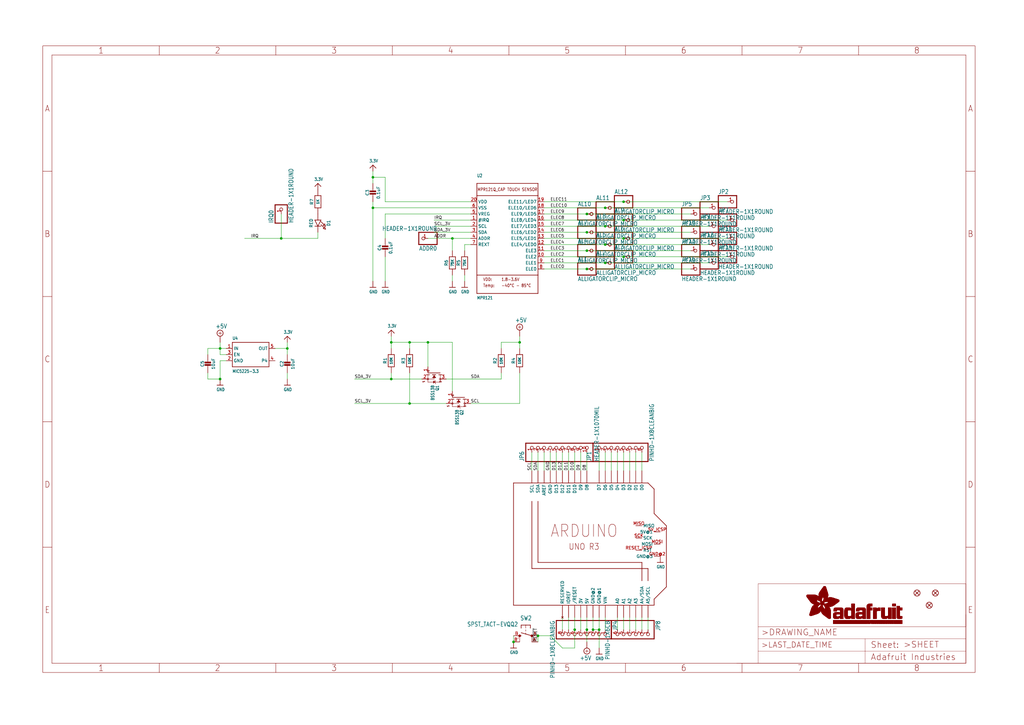
<source format=kicad_sch>
(kicad_sch (version 20211123) (generator eeschema)
  (paper "User" 425.45 301.219)
  (lib_symbols
    (symbol "schematicEagle-eagle-import:+5V" (power)
      (property "Value" "+5V" (at -1.905 3.175 0))
      (symbol "+5V_1_0"
        (pin power_in line (at 0 -2.54 90) (length 2.54) (name "+5V") (number "1"))
      )
    )
    (symbol "schematicEagle-eagle-import:3.3V" (power)
      (property "Value" "3.3V" (at -1.524 1.016 0))
      (symbol "3.3V_1_0"
        (pin power_in line (at 0 -2.54 90) (length 2.54) (name "3.3V") (number "1"))
      )
    )
    (symbol "schematicEagle-eagle-import:ALLIGATORCLIP_MICRO"
      (property "Reference" "AL" (at -6.35 3.175 0))
      (property "Value" "ALLIGATORCLIP_MICRO" (at -6.35 -5.08 0))
      (symbol "ALLIGATORCLIP_MICRO_1_0"
        (pin passive inverted (at -2.54 0 0) (length 2.54) (name "1") (number "P$1"))
        (pin passive inverted (at -2.54 0 0) (length 2.54) (name "1") (number "P$2"))
      )
    )
    (symbol "schematicEagle-eagle-import:ARDUINO_R3_ICSP"
      (symbol "ARDUINO_R3_ICSP_1_0"
        (text "ARDUINO" (at 15.24 27.94 0) (effects (font (size 5.08 4.318)) (justify left bottom)))
        (text "UNO R3" (at 22.86 22.86 0) (effects (font (size 2.54 2.159)) (justify left bottom)))
        (pin power_in line (at 27.94 -5.08 90) (length 5.08) (name "3V") (number "3V"))
        (pin power_in line (at 30.48 -5.08 90) (length 5.08) (name "5V") (number "5V"))
        (pin passive line (at 60.96 30.48 180) (length 2.54) (name "5V@1") (number "5V_ICSP"))
        (pin bidirectional line (at 43.18 -5.08 90) (length 5.08) (name "A0") (number "A0"))
        (pin bidirectional line (at 45.72 -5.08 90) (length 5.08) (name "A1") (number "A1"))
        (pin bidirectional line (at 48.26 -5.08 90) (length 5.08) (name "A2") (number "A2"))
        (pin bidirectional line (at 50.8 -5.08 90) (length 5.08) (name "A3") (number "A3"))
        (pin bidirectional line (at 53.34 -5.08 90) (length 5.08) (name "A4/SDA") (number "A4"))
        (pin bidirectional line (at 55.88 -5.08 90) (length 5.08) (name "A5/SCL") (number "A5"))
        (pin bidirectional line (at 12.7 55.88 270) (length 5.08) (name "AREF") (number "AREF"))
        (pin bidirectional line (at 53.34 55.88 270) (length 5.08) (name "D0") (number "D0"))
        (pin bidirectional line (at 50.8 55.88 270) (length 5.08) (name "D1") (number "D1"))
        (pin bidirectional line (at 25.4 55.88 270) (length 5.08) (name "D10") (number "D10"))
        (pin bidirectional line (at 22.86 55.88 270) (length 5.08) (name "D11") (number "D11"))
        (pin bidirectional line (at 20.32 55.88 270) (length 5.08) (name "D12") (number "D12"))
        (pin bidirectional line (at 17.78 55.88 270) (length 5.08) (name "D13") (number "D13"))
        (pin bidirectional line (at 48.26 55.88 270) (length 5.08) (name "D2") (number "D2"))
        (pin bidirectional line (at 45.72 55.88 270) (length 5.08) (name "D3") (number "D3"))
        (pin bidirectional line (at 43.18 55.88 270) (length 5.08) (name "D4") (number "D4"))
        (pin bidirectional line (at 40.64 55.88 270) (length 5.08) (name "D5") (number "D5"))
        (pin bidirectional line (at 38.1 55.88 270) (length 5.08) (name "D6") (number "D6"))
        (pin bidirectional line (at 35.56 55.88 270) (length 5.08) (name "D7") (number "D7"))
        (pin bidirectional line (at 30.48 55.88 270) (length 5.08) (name "D8") (number "D8"))
        (pin bidirectional line (at 27.94 55.88 270) (length 5.08) (name "D9") (number "D9"))
        (pin power_in line (at 15.24 55.88 270) (length 5.08) (name "GND") (number "GND"))
        (pin power_in line (at 33.02 -5.08 90) (length 5.08) (name "GND@2") (number "GND@1"))
        (pin passive line (at 60.96 20.32 180) (length 2.54) (name "GND@3") (number "GND@2"))
        (pin power_in line (at 35.56 -5.08 90) (length 5.08) (name "GND@1") (number "GND@3"))
        (pin output line (at 22.86 -5.08 90) (length 5.08) (name "IOREF") (number "IOREF"))
        (pin passive line (at 50.8 33.02 0) (length 2.54) (name "MISO") (number "MISO"))
        (pin passive line (at 60.96 25.4 180) (length 2.54) (name "MOSI") (number "MOSI"))
        (pin no_connect line (at 20.32 -5.08 90) (length 5.08) (name "RESERVED") (number "RESERVED"))
        (pin bidirectional line (at 25.4 -5.08 90) (length 5.08) (name "/RESET") (number "RESET"))
        (pin passive line (at 50.8 22.86 0) (length 2.54) (name "RST") (number "RESET_ICSP"))
        (pin passive line (at 50.8 27.94 0) (length 2.54) (name "SCK") (number "SCK"))
        (pin bidirectional line (at 7.62 55.88 270) (length 5.08) (name "SCL") (number "SCL"))
        (pin bidirectional line (at 10.16 55.88 270) (length 5.08) (name "SDA") (number "SDA"))
        (pin power_in line (at 38.1 -5.08 90) (length 5.08) (name "VIN") (number "VIN"))
      )
    )
    (symbol "schematicEagle-eagle-import:CAP_CERAMIC0805-NOOUTLINE"
      (property "Reference" "C" (at -2.29 1.25 90))
      (property "Value" "CAP_CERAMIC0805-NOOUTLINE" (at 2.3 1.25 90))
      (symbol "CAP_CERAMIC0805-NOOUTLINE_1_0"
        (pin passive line (at 0 5.08 270) (length 2.54) (name "1") (number "1"))
        (pin passive line (at 0 -2.54 90) (length 2.54) (name "2") (number "2"))
      )
    )
    (symbol "schematicEagle-eagle-import:FIDUCIAL{dblquote}{dblquote}")
    (symbol "schematicEagle-eagle-import:FRAME_A3_ADAFRUIT"
      (symbol "FRAME_A3_ADAFRUIT_0_0"
        (text "1" (at 24.2094 1.905 0) (effects (font (size 2.54 2.286))))
        (text "1" (at 24.2094 258.445 0) (effects (font (size 2.54 2.286))))
        (text "2" (at 72.6281 1.905 0) (effects (font (size 2.54 2.286))))
        (text "2" (at 72.6281 258.445 0) (effects (font (size 2.54 2.286))))
        (text "3" (at 121.0469 1.905 0) (effects (font (size 2.54 2.286))))
        (text "3" (at 121.0469 258.445 0) (effects (font (size 2.54 2.286))))
        (text "4" (at 169.4656 1.905 0) (effects (font (size 2.54 2.286))))
        (text "4" (at 169.4656 258.445 0) (effects (font (size 2.54 2.286))))
        (text "5" (at 217.8844 1.905 0) (effects (font (size 2.54 2.286))))
        (text "5" (at 217.8844 258.445 0) (effects (font (size 2.54 2.286))))
        (text "6" (at 266.3031 1.905 0) (effects (font (size 2.54 2.286))))
        (text "6" (at 266.3031 258.445 0) (effects (font (size 2.54 2.286))))
        (text "7" (at 314.7219 1.905 0) (effects (font (size 2.54 2.286))))
        (text "7" (at 314.7219 258.445 0) (effects (font (size 2.54 2.286))))
        (text "8" (at 363.1406 1.905 0) (effects (font (size 2.54 2.286))))
        (text "8" (at 363.1406 258.445 0) (effects (font (size 2.54 2.286))))
        (text "A" (at 1.905 234.315 0) (effects (font (size 2.54 2.286))))
        (text "A" (at 385.445 234.315 0) (effects (font (size 2.54 2.286))))
        (text "B" (at 1.905 182.245 0) (effects (font (size 2.54 2.286))))
        (text "B" (at 385.445 182.245 0) (effects (font (size 2.54 2.286))))
        (text "C" (at 1.905 130.175 0) (effects (font (size 2.54 2.286))))
        (text "C" (at 385.445 130.175 0) (effects (font (size 2.54 2.286))))
        (text "D" (at 1.905 78.105 0) (effects (font (size 2.54 2.286))))
        (text "D" (at 385.445 78.105 0) (effects (font (size 2.54 2.286))))
        (text "E" (at 1.905 26.035 0) (effects (font (size 2.54 2.286))))
        (text "E" (at 385.445 26.035 0) (effects (font (size 2.54 2.286))))
      )
      (symbol "FRAME_A3_ADAFRUIT_1_0"
        (text ">DRAWING_NAME" (at 298.45 15.24 0) (effects (font (size 2.54 2.54)) (justify left bottom)))
        (text ">LAST_DATE_TIME" (at 298.45 10.16 0) (effects (font (size 2.286 2.286)) (justify left bottom)))
        (text ">SHEET" (at 357.505 10.16 0) (effects (font (size 2.54 2.54)) (justify left bottom)))
        (text "Adafruit Industries" (at 343.916 4.953 0) (effects (font (size 2.54 2.54)) (justify left bottom)))
        (text "Sheet:" (at 343.916 10.033 0) (effects (font (size 2.54 2.54)) (justify left bottom)))
      )
    )
    (symbol "schematicEagle-eagle-import:GND" (power)
      (property "Value" "GND" (at -1.524 -2.54 0))
      (symbol "GND_1_0"
        (pin power_in line (at 0 2.54 270) (length 2.54) (name "GND") (number "1"))
      )
    )
    (symbol "schematicEagle-eagle-import:HEADER-1X1070MIL"
      (property "Reference" "JP" (at -6.35 13.335 0))
      (property "Value" "HEADER-1X1070MIL" (at -6.35 -17.78 0))
      (symbol "HEADER-1X1070MIL_1_0"
        (pin passive inverted (at -2.54 10.16 0) (length 2.54) (name "1") (number "1"))
        (pin passive inverted (at -2.54 -12.7 0) (length 2.54) (name "10") (number "10"))
        (pin passive inverted (at -2.54 7.62 0) (length 2.54) (name "2") (number "2"))
        (pin passive inverted (at -2.54 5.08 0) (length 2.54) (name "3") (number "3"))
        (pin passive inverted (at -2.54 2.54 0) (length 2.54) (name "4") (number "4"))
        (pin passive inverted (at -2.54 0 0) (length 2.54) (name "5") (number "5"))
        (pin passive inverted (at -2.54 -2.54 0) (length 2.54) (name "6") (number "6"))
        (pin passive inverted (at -2.54 -5.08 0) (length 2.54) (name "7") (number "7"))
        (pin passive inverted (at -2.54 -7.62 0) (length 2.54) (name "8") (number "8"))
        (pin passive inverted (at -2.54 -10.16 0) (length 2.54) (name "9") (number "9"))
      )
    )
    (symbol "schematicEagle-eagle-import:HEADER-1X1ROUND"
      (property "Reference" "JP" (at -6.35 3.175 0))
      (property "Value" "HEADER-1X1ROUND" (at -6.35 -5.08 0))
      (symbol "HEADER-1X1ROUND_1_0"
        (pin passive inverted (at -2.54 0 0) (length 2.54) (name "1") (number "1"))
      )
    )
    (symbol "schematicEagle-eagle-import:LED0805_NOOUTLINE"
      (property "Reference" "D" (at -1.27 4.445 0))
      (property "Value" "LED0805_NOOUTLINE" (at -1.27 -2.794 0))
      (symbol "LED0805_NOOUTLINE_1_0"
        (pin passive line (at -5.08 0 0) (length 2.54) (name "A") (number "A"))
        (pin passive line (at 2.54 0 180) (length 2.54) (name "C") (number "C"))
      )
    )
    (symbol "schematicEagle-eagle-import:MOSFET-NWIDE"
      (property "Reference" "Q" (at 5.08 0.635 0))
      (property "Value" "MOSFET-NWIDE" (at 5.08 -1.27 0))
      (symbol "MOSFET-NWIDE_1_0"
        (text "D" (at 3.175 3.175 0) (effects (font (size 0.8128 0.6908)) (justify left bottom)))
        (text "G" (at -1.27 -1.905 0) (effects (font (size 0.8128 0.6908)) (justify left bottom)))
        (text "S" (at 3.175 -3.81 0) (effects (font (size 0.8128 0.6908)) (justify left bottom)))
        (pin bidirectional line (at -2.54 -2.54 0) (length 2.54) (name "G") (number "1"))
        (pin bidirectional line (at 2.54 -5.08 90) (length 2.54) (name "S") (number "2"))
        (pin bidirectional line (at 2.54 5.08 270) (length 2.54) (name "D") (number "3"))
      )
    )
    (symbol "schematicEagle-eagle-import:MPR121Q"
      (property "Reference" "U" (at -12.7 22.86 0))
      (property "Value" "MPR121Q" (at -12.7 -27.94 0))
      (symbol "MPR121Q_1_0"
        (text "-40°C - 85°C" (at -2.54 -22.86 0) (effects (font (size 1.27 1.0795)) (justify left bottom)))
        (text "1.8-3.6V" (at -2.54 -20.32 0) (effects (font (size 1.27 1.0795)) (justify left bottom)))
        (text "MPR121Q_CAP TOUCH SENSOR" (at 0 17.78 0) (effects (font (size 1.27 1.0795))))
        (text "Temp:" (at -10.16 -22.86 0) (effects (font (size 1.27 1.0795)) (justify left bottom)))
        (text "VDD:" (at -10.16 -20.32 0) (effects (font (size 1.27 1.0795)) (justify left bottom)))
        (pin bidirectional line (at -15.24 5.08 0) (length 2.54) (name "#IRQ") (number "1"))
        (pin bidirectional line (at 15.24 -10.16 180) (length 2.54) (name "ELE2") (number "10"))
        (pin bidirectional line (at 15.24 -7.62 180) (length 2.54) (name "ELE3") (number "11"))
        (pin bidirectional line (at 15.24 -5.08 180) (length 2.54) (name "ELE4/LED0") (number "12"))
        (pin bidirectional line (at 15.24 -2.54 180) (length 2.54) (name "ELE5/LED1") (number "13"))
        (pin bidirectional line (at 15.24 0 180) (length 2.54) (name "ELE6/LED2") (number "14"))
        (pin bidirectional line (at 15.24 2.54 180) (length 2.54) (name "ELE7/LED3") (number "15"))
        (pin bidirectional line (at 15.24 5.08 180) (length 2.54) (name "ELE8/LED4") (number "16"))
        (pin bidirectional line (at 15.24 7.62 180) (length 2.54) (name "ELE9/LED5") (number "17"))
        (pin bidirectional line (at 15.24 10.16 180) (length 2.54) (name "ELE10/LED6") (number "18"))
        (pin bidirectional line (at 15.24 12.7 180) (length 2.54) (name "ELE11/LED7") (number "19"))
        (pin bidirectional line (at -15.24 2.54 0) (length 2.54) (name "SCL") (number "2"))
        (pin power_in line (at -15.24 12.7 0) (length 2.54) (name "VDD") (number "20"))
        (pin bidirectional line (at -15.24 0 0) (length 2.54) (name "SDA") (number "3"))
        (pin bidirectional line (at -15.24 -2.54 0) (length 2.54) (name "ADDR") (number "4"))
        (pin bidirectional line (at -15.24 7.62 0) (length 2.54) (name "VREG") (number "5"))
        (pin power_in line (at -15.24 10.16 0) (length 2.54) (name "VSS") (number "6"))
        (pin bidirectional line (at -15.24 -5.08 0) (length 2.54) (name "REXT") (number "7"))
        (pin bidirectional line (at 15.24 -15.24 180) (length 2.54) (name "ELE0") (number "8"))
        (pin bidirectional line (at 15.24 -12.7 180) (length 2.54) (name "ELE1") (number "9"))
      )
    )
    (symbol "schematicEagle-eagle-import:PINHD-1X6CB"
      (property "Reference" "JP" (at -6.35 10.795 0))
      (property "Value" "PINHD-1X6CB" (at -6.35 -10.16 0))
      (symbol "PINHD-1X6CB_1_0"
        (pin passive inverted (at -2.54 7.62 0) (length 2.54) (name "1") (number "1"))
        (pin passive inverted (at -2.54 5.08 0) (length 2.54) (name "2") (number "2"))
        (pin passive inverted (at -2.54 2.54 0) (length 2.54) (name "3") (number "3"))
        (pin passive inverted (at -2.54 0 0) (length 2.54) (name "4") (number "4"))
        (pin passive inverted (at -2.54 -2.54 0) (length 2.54) (name "5") (number "5"))
        (pin passive inverted (at -2.54 -5.08 0) (length 2.54) (name "6") (number "6"))
      )
    )
    (symbol "schematicEagle-eagle-import:PINHD-1X8CLEANBIG"
      (property "Reference" "JP" (at -6.35 10.795 0))
      (property "Value" "PINHD-1X8CLEANBIG" (at -6.35 -15.24 0))
      (symbol "PINHD-1X8CLEANBIG_1_0"
        (pin passive inverted (at -2.54 7.62 0) (length 2.54) (name "1") (number "1"))
        (pin passive inverted (at -2.54 5.08 0) (length 2.54) (name "2") (number "2"))
        (pin passive inverted (at -2.54 2.54 0) (length 2.54) (name "3") (number "3"))
        (pin passive inverted (at -2.54 0 0) (length 2.54) (name "4") (number "4"))
        (pin passive inverted (at -2.54 -2.54 0) (length 2.54) (name "5") (number "5"))
        (pin passive inverted (at -2.54 -5.08 0) (length 2.54) (name "6") (number "6"))
        (pin passive inverted (at -2.54 -7.62 0) (length 2.54) (name "7") (number "7"))
        (pin passive inverted (at -2.54 -10.16 0) (length 2.54) (name "8") (number "8"))
      )
    )
    (symbol "schematicEagle-eagle-import:RESISTOR0805_NOOUTLINE"
      (property "Reference" "R" (at 0 2.54 0))
      (property "Value" "RESISTOR0805_NOOUTLINE" (at 0 0 0))
      (symbol "RESISTOR0805_NOOUTLINE_1_0"
        (pin passive line (at -5.08 0 0) (length 2.54) (name "1") (number "1"))
        (pin passive line (at 5.08 0 180) (length 2.54) (name "2") (number "2"))
      )
    )
    (symbol "schematicEagle-eagle-import:SPST_TACT-EVQQ2"
      (property "Reference" "SW" (at -6.35 -2.54 90))
      (property "Value" "SPST_TACT-EVQQ2" (at -3.81 3.175 90))
      (symbol "SPST_TACT-EVQQ2_1_0"
        (pin passive line (at 0 -5.08 90) (length 2.54) (name "P") (number "A"))
        (pin passive line (at 2.54 -5.08 90) (length 2.54) (name "P1") (number "A'"))
        (pin passive line (at 0 5.08 270) (length 2.54) (name "S") (number "B"))
        (pin passive line (at 2.54 5.08 270) (length 2.54) (name "S1") (number "B'"))
      )
    )
    (symbol "schematicEagle-eagle-import:VREG_SOT23-5"
      (property "Reference" "U" (at -7.62 6.096 0))
      (property "Value" "VREG_SOT23-5" (at -7.62 -7.62 0))
      (symbol "VREG_SOT23-5_1_0"
        (pin power_in line (at -10.16 2.54 0) (length 2.54) (name "IN") (number "1"))
        (pin power_in line (at -10.16 -2.54 0) (length 2.54) (name "GND") (number "2"))
        (pin input line (at -10.16 0 0) (length 2.54) (name "EN") (number "3"))
        (pin bidirectional line (at 10.16 -2.54 180) (length 2.54) (name "P4") (number "4"))
        (pin power_in line (at 10.16 2.54 180) (length 2.54) (name "OUT") (number "5"))
      )
    )
  )
  (junction (at 259.08 91.44))
  (junction (at 162.56 142.24))
  (junction (at 259.08 83.82))
  (junction (at 170.18 142.24))
  (junction (at 251.46 93.98))
  (junction (at 243.84 96.52))
  (junction (at 243.84 88.9))
  (junction (at 154.94 86.36))
  (junction (at 243.84 261.62))
  (junction (at 170.18 167.64))
  (junction (at 243.84 104.14))
  (junction (at 248.92 261.62))
  (junction (at 259.08 106.68))
  (junction (at 213.36 266.7))
  (junction (at 251.46 86.36))
  (junction (at 251.46 109.22))
  (junction (at 119.38 144.78))
  (junction (at 177.8 142.24))
  (junction (at 187.96 99.06))
  (junction (at 246.38 261.62))
  (junction (at 238.76 261.62))
  (junction (at 251.46 101.6))
  (junction (at 91.44 157.48))
  (junction (at 116.84 99.06))
  (junction (at 215.9 142.24))
  (junction (at 259.08 99.06))
  (junction (at 154.94 73.66))
  (junction (at 162.56 157.48))
  (junction (at 243.84 111.76))
  (junction (at 91.44 144.78))
  (junction (at 223.52 264.16))
  (wire (pts (xy 116.84 88.9) (xy 116.84 99.06)))
  (wire (pts (xy 241.3 195.58) (xy 241.3 187.96)))
  (wire (pts (xy 160.02 106.68) (xy 160.02 116.84)))
  (wire (pts (xy 226.06 109.22) (xy 251.46 109.22)))
  (wire (pts (xy 162.56 157.48) (xy 147.32 157.48)))
  (wire (pts (xy 215.9 144.78) (xy 215.9 142.24)))
  (wire (pts (xy 254 187.96) (xy 254 195.58)))
  (wire (pts (xy 226.06 111.76) (xy 243.84 111.76)))
  (wire (pts (xy 93.98 149.86) (xy 91.44 149.86)))
  (wire (pts (xy 259.08 99.06) (xy 302.26 99.06)))
  (wire (pts (xy 294.64 86.36) (xy 251.46 86.36)))
  (wire (pts (xy 226.06 101.6) (xy 251.46 101.6)))
  (wire (pts (xy 259.08 106.68) (xy 302.26 106.68)))
  (wire (pts (xy 256.54 261.62) (xy 256.54 256.54)))
  (wire (pts (xy 162.56 139.7) (xy 162.56 142.24)))
  (wire (pts (xy 177.8 142.24) (xy 177.8 152.4)))
  (wire (pts (xy 238.76 261.62) (xy 238.76 269.24)))
  (wire (pts (xy 287.02 104.14) (xy 243.84 104.14)))
  (wire (pts (xy 208.28 144.78) (xy 208.28 142.24)))
  (wire (pts (xy 246.38 261.62) (xy 246.38 256.54)))
  (wire (pts (xy 261.62 261.62) (xy 261.62 256.54)))
  (wire (pts (xy 162.56 154.94) (xy 162.56 157.48)))
  (wire (pts (xy 226.06 104.14) (xy 243.84 104.14)))
  (wire (pts (xy 91.44 144.78) (xy 91.44 142.24)))
  (wire (pts (xy 238.76 261.62) (xy 238.76 256.54)))
  (wire (pts (xy 294.64 109.22) (xy 251.46 109.22)))
  (wire (pts (xy 251.46 93.98) (xy 294.64 93.98)))
  (wire (pts (xy 154.94 83.82) (xy 154.94 86.36)))
  (wire (pts (xy 195.58 88.9) (xy 160.02 88.9)))
  (wire (pts (xy 228.6 264.16) (xy 223.52 264.16)))
  (wire (pts (xy 195.58 101.6) (xy 193.04 101.6)))
  (wire (pts (xy 116.84 99.06) (xy 101.6 99.06)))
  (wire (pts (xy 251.46 195.58) (xy 251.46 187.96)))
  (wire (pts (xy 193.04 114.3) (xy 193.04 116.84)))
  (wire (pts (xy 195.58 99.06) (xy 187.96 99.06)))
  (wire (pts (xy 162.56 144.78) (xy 162.56 142.24)))
  (wire (pts (xy 231.14 195.58) (xy 231.14 187.96)))
  (wire (pts (xy 193.04 101.6) (xy 193.04 104.14)))
  (wire (pts (xy 195.58 167.64) (xy 215.9 167.64)))
  (wire (pts (xy 114.3 144.78) (xy 119.38 144.78)))
  (wire (pts (xy 177.8 142.24) (xy 187.96 142.24)))
  (wire (pts (xy 226.06 86.36) (xy 251.46 86.36)))
  (wire (pts (xy 246.38 261.62) (xy 248.92 261.62)))
  (wire (pts (xy 233.68 261.62) (xy 233.68 256.54)))
  (wire (pts (xy 251.46 261.62) (xy 251.46 256.54)))
  (wire (pts (xy 162.56 142.24) (xy 170.18 142.24)))
  (wire (pts (xy 208.28 157.48) (xy 208.28 154.94)))
  (wire (pts (xy 187.96 114.3) (xy 187.96 116.84)))
  (wire (pts (xy 185.42 167.64) (xy 170.18 167.64)))
  (wire (pts (xy 154.94 73.66) (xy 154.94 71.12)))
  (wire (pts (xy 187.96 99.06) (xy 187.96 104.14)))
  (wire (pts (xy 119.38 144.78) (xy 119.38 147.32)))
  (wire (pts (xy 185.42 157.48) (xy 208.28 157.48)))
  (wire (pts (xy 187.96 142.24) (xy 187.96 162.56)))
  (wire (pts (xy 226.06 93.98) (xy 251.46 93.98)))
  (wire (pts (xy 266.7 261.62) (xy 266.7 256.54)))
  (wire (pts (xy 213.36 264.16) (xy 213.36 266.7)))
  (wire (pts (xy 243.84 187.96) (xy 243.84 195.58)))
  (wire (pts (xy 160.02 83.82) (xy 160.02 73.66)))
  (wire (pts (xy 226.06 91.44) (xy 259.08 91.44)))
  (wire (pts (xy 256.54 195.58) (xy 256.54 187.96)))
  (wire (pts (xy 86.36 147.32) (xy 86.36 144.78)))
  (wire (pts (xy 215.9 167.64) (xy 215.9 154.94)))
  (wire (pts (xy 243.84 111.76) (xy 287.02 111.76)))
  (wire (pts (xy 226.06 96.52) (xy 243.84 96.52)))
  (wire (pts (xy 248.92 261.62) (xy 248.92 269.24)))
  (wire (pts (xy 160.02 73.66) (xy 154.94 73.66)))
  (wire (pts (xy 243.84 261.62) (xy 243.84 256.54)))
  (wire (pts (xy 241.3 261.62) (xy 241.3 256.54)))
  (wire (pts (xy 226.06 106.68) (xy 259.08 106.68)))
  (wire (pts (xy 259.08 187.96) (xy 259.08 195.58)))
  (wire (pts (xy 302.26 91.44) (xy 259.08 91.44)))
  (wire (pts (xy 187.96 99.06) (xy 177.8 99.06)))
  (wire (pts (xy 119.38 144.78) (xy 119.38 142.24)))
  (wire (pts (xy 228.6 187.96) (xy 228.6 195.58)))
  (wire (pts (xy 195.58 96.52) (xy 180.34 96.52)))
  (wire (pts (xy 223.52 187.96) (xy 223.52 195.58)))
  (wire (pts (xy 132.08 99.06) (xy 132.08 96.52)))
  (wire (pts (xy 261.62 187.96) (xy 261.62 195.58)))
  (wire (pts (xy 86.36 144.78) (xy 91.44 144.78)))
  (wire (pts (xy 233.68 269.24) (xy 228.6 264.16)))
  (wire (pts (xy 226.06 88.9) (xy 243.84 88.9)))
  (wire (pts (xy 170.18 144.78) (xy 170.18 142.24)))
  (wire (pts (xy 248.92 187.96) (xy 248.92 195.58)))
  (wire (pts (xy 132.08 99.06) (xy 116.84 99.06)))
  (wire (pts (xy 226.06 83.82) (xy 259.08 83.82)))
  (wire (pts (xy 248.92 261.62) (xy 248.92 256.54)))
  (wire (pts (xy 238.76 187.96) (xy 238.76 195.58)))
  (wire (pts (xy 170.18 167.64) (xy 147.32 167.64)))
  (wire (pts (xy 294.64 101.6) (xy 251.46 101.6)))
  (wire (pts (xy 93.98 144.78) (xy 91.44 144.78)))
  (wire (pts (xy 264.16 187.96) (xy 264.16 195.58)))
  (wire (pts (xy 236.22 261.62) (xy 236.22 256.54)))
  (wire (pts (xy 195.58 91.44) (xy 180.34 91.44)))
  (wire (pts (xy 195.58 93.98) (xy 180.34 93.98)))
  (wire (pts (xy 160.02 88.9) (xy 160.02 99.06)))
  (wire (pts (xy 220.98 187.96) (xy 220.98 195.58)))
  (wire (pts (xy 91.44 149.86) (xy 91.44 157.48)))
  (wire (pts (xy 226.06 187.96) (xy 226.06 195.58)))
  (wire (pts (xy 215.9 142.24) (xy 215.9 139.7)))
  (wire (pts (xy 86.36 154.94) (xy 86.36 157.48)))
  (wire (pts (xy 86.36 157.48) (xy 91.44 157.48)))
  (wire (pts (xy 175.26 157.48) (xy 162.56 157.48)))
  (wire (pts (xy 170.18 154.94) (xy 170.18 167.64)))
  (wire (pts (xy 259.08 261.62) (xy 259.08 256.54)))
  (wire (pts (xy 91.44 147.32) (xy 91.44 144.78)))
  (wire (pts (xy 243.84 261.62) (xy 243.84 266.7)))
  (wire (pts (xy 208.28 142.24) (xy 215.9 142.24)))
  (wire (pts (xy 264.16 261.62) (xy 264.16 256.54)))
  (wire (pts (xy 243.84 88.9) (xy 287.02 88.9)))
  (wire (pts (xy 195.58 86.36) (xy 154.94 86.36)))
  (wire (pts (xy 119.38 154.94) (xy 119.38 157.48)))
  (wire (pts (xy 269.24 261.62) (xy 269.24 256.54)))
  (wire (pts (xy 233.68 187.96) (xy 233.68 195.58)))
  (wire (pts (xy 223.52 264.16) (xy 223.52 266.7)))
  (wire (pts (xy 266.7 187.96) (xy 266.7 195.58)))
  (wire (pts (xy 259.08 83.82) (xy 302.26 83.82)))
  (wire (pts (xy 154.94 76.2) (xy 154.94 73.66)))
  (wire (pts (xy 236.22 195.58) (xy 236.22 187.96)))
  (wire (pts (xy 226.06 99.06) (xy 259.08 99.06)))
  (wire (pts (xy 93.98 147.32) (xy 91.44 147.32)))
  (wire (pts (xy 238.76 269.24) (xy 233.68 269.24)))
  (wire (pts (xy 154.94 86.36) (xy 154.94 116.84)))
  (wire (pts (xy 170.18 142.24) (xy 177.8 142.24)))
  (wire (pts (xy 195.58 83.82) (xy 160.02 83.82)))
  (wire (pts (xy 287.02 96.52) (xy 243.84 96.52)))
  (label "ADDR" (at 180.34 99.06 0) (effects (font (size 1.2446 1.2446))))
  (label "ELEC5" (at 228.6 99.06 0) (effects (font (size 1.2446 1.2446))))
  (label "SDA" (at 223.52 195.58 90) (effects (font (size 1.2446 1.2446))))
  (label "D10" (at 238.76 195.58 90) (effects (font (size 1.2446 1.2446))))
  (label "ELEC6" (at 228.6 96.52 0) (effects (font (size 1.2446 1.2446))))
  (label "ELEC7" (at 228.6 93.98 0) (effects (font (size 1.2446 1.2446))))
  (label "GND" (at 228.6 195.58 90) (effects (font (size 1.2446 1.2446))))
  (label "D11" (at 236.22 195.58 90) (effects (font (size 1.2446 1.2446))))
  (label "SDA_3V" (at 180.34 96.52 0) (effects (font (size 1.2446 1.2446))))
  (label "ELEC9" (at 228.6 88.9 0) (effects (font (size 1.2446 1.2446))))
  (label "D8" (at 243.84 195.58 90) (effects (font (size 1.2446 1.2446))))
  (label "ELEC4" (at 228.6 101.6 0) (effects (font (size 1.2446 1.2446))))
  (label "SCL" (at 220.98 195.58 90) (effects (font (size 1.2446 1.2446))))
  (label "IRQ" (at 104.14 99.06 0) (effects (font (size 1.2446 1.2446))))
  (label "ELEC1" (at 228.6 109.22 0) (effects (font (size 1.2446 1.2446))))
  (label "SCL_3V" (at 180.34 93.98 0) (effects (font (size 1.2446 1.2446))))
  (label "SCL" (at 195.58 167.64 0) (effects (font (size 1.2446 1.2446))))
  (label "ELEC3" (at 228.6 104.14 0) (effects (font (size 1.2446 1.2446))))
  (label "D12" (at 233.68 195.58 90) (effects (font (size 1.2446 1.2446))))
  (label "ELEC10" (at 228.6 86.36 0) (effects (font (size 1.2446 1.2446))))
  (label "SCL_3V" (at 147.32 167.64 0) (effects (font (size 1.2446 1.2446))))
  (label "IRQ" (at 180.34 91.44 0) (effects (font (size 1.2446 1.2446))))
  (label "ELEC8" (at 228.6 91.44 0) (effects (font (size 1.2446 1.2446))))
  (label "ELEC2" (at 228.6 106.68 0) (effects (font (size 1.2446 1.2446))))
  (label "D13" (at 231.14 195.58 90) (effects (font (size 1.2446 1.2446))))
  (label "~{RESET}" (at 223.52 266.7 90) (effects (font (size 1.2446 1.2446))))
  (label "D9" (at 241.3 195.58 90) (effects (font (size 1.2446 1.2446))))
  (label "SDA_3V" (at 147.32 157.48 0) (effects (font (size 1.2446 1.2446))))
  (label "ELEC11" (at 228.6 83.82 0) (effects (font (size 1.2446 1.2446))))
  (label "ELEC0" (at 228.6 111.76 0) (effects (font (size 1.2446 1.2446))))
  (label "SDA" (at 195.58 157.48 0) (effects (font (size 1.2446 1.2446))))
  (symbol (lib_id "schematicEagle-eagle-import:ALLIGATORCLIP_MICRO") (at 254 101.6 0) (unit 1)
    (property "Reference" "AL5" (at 247.65 98.425 0) (effects (font (size 1.778 1.5113)) (justify left bottom)))
    (property "Value" "ALLIGATORCLIP_MICRO" (at 247.65 106.68 0) (effects (font (size 1.778 1.5113)) (justify left bottom)))
    (property "Footprint" "schematicEagle:ALLIGATORCLIP" (effects hide))
  )
  (symbol (lib_id "schematicEagle-eagle-import:HEADER-1X1ROUND") (at 304.8 106.68 0) (unit 1)
    (property "Reference" "JP14" (at 298.45 103.505 0) (effects (font (size 1.778 1.5113)) (justify left bottom)))
    (property "Value" "HEADER-1X1ROUND" (at 298.45 111.76 0) (effects (font (size 1.778 1.5113)) (justify left bottom)))
    (property "Footprint" "schematicEagle:1X01_ROUND" (effects hide))
  )
  (symbol (lib_id "schematicEagle-eagle-import:MOSFET-NWIDE") (at 180.34 154.94 270) (unit 1)
    (property "Reference" "Q1" (at 180.975 160.02 0) (effects (font (size 1.27 1.0795)) (justify left bottom)))
    (property "Value" "BSS138" (at 179.07 160.02 0) (effects (font (size 1.27 1.0795)) (justify left bottom)))
    (property "Footprint" "schematicEagle:SOT23-WIDE" (effects hide))
  )
  (symbol (lib_id "schematicEagle-eagle-import:ALLIGATORCLIP_MICRO") (at 246.38 88.9 0) (unit 1)
    (property "Reference" "AL10" (at 240.03 85.725 0) (effects (font (size 1.778 1.5113)) (justify left bottom)))
    (property "Value" "ALLIGATORCLIP_MICRO" (at 240.03 93.98 0) (effects (font (size 1.778 1.5113)) (justify left bottom)))
    (property "Footprint" "schematicEagle:ALLIGATORCLIP" (effects hide))
  )
  (symbol (lib_id "schematicEagle-eagle-import:3.3V") (at 154.94 68.58 0) (unit 1)
    (property "Reference" "#U$2" (effects hide))
    (property "Value" "3.3V" (at 153.416 67.564 0) (effects (font (size 1.27 1.0795)) (justify left bottom)))
    (property "Footprint" "schematicEagle:" (effects hide))
  )
  (symbol (lib_id "schematicEagle-eagle-import:CAP_CERAMIC0805-NOOUTLINE") (at 86.36 152.4 0) (unit 1)
    (property "Reference" "C5" (at 84.07 151.15 90))
    (property "Value" "10uF" (at 88.66 151.15 90))
    (property "Footprint" "schematicEagle:0805-NO" (effects hide))
  )
  (symbol (lib_id "schematicEagle-eagle-import:RESISTOR0805_NOOUTLINE") (at 162.56 149.86 90) (unit 1)
    (property "Reference" "R1" (at 160.02 149.86 0))
    (property "Value" "10K" (at 162.56 149.86 0) (effects (font (size 1.016 1.016) bold)))
    (property "Footprint" "schematicEagle:0805-NO" (effects hide))
  )
  (symbol (lib_id "schematicEagle-eagle-import:ALLIGATORCLIP_MICRO") (at 254 93.98 0) (unit 1)
    (property "Reference" "AL8" (at 247.65 90.805 0) (effects (font (size 1.778 1.5113)) (justify left bottom)))
    (property "Value" "ALLIGATORCLIP_MICRO" (at 247.65 99.06 0) (effects (font (size 1.778 1.5113)) (justify left bottom)))
    (property "Footprint" "schematicEagle:ALLIGATORCLIP" (effects hide))
  )
  (symbol (lib_id "schematicEagle-eagle-import:3.3V") (at 132.08 76.2 0) (unit 1)
    (property "Reference" "#U$12" (effects hide))
    (property "Value" "3.3V" (at 130.556 75.184 0) (effects (font (size 1.27 1.0795)) (justify left bottom)))
    (property "Footprint" "schematicEagle:" (effects hide))
  )
  (symbol (lib_id "schematicEagle-eagle-import:HEADER-1X1ROUND") (at 297.18 109.22 0) (unit 1)
    (property "Reference" "JP15" (at 290.83 106.045 0) (effects (font (size 1.778 1.5113)) (justify left bottom)))
    (property "Value" "HEADER-1X1ROUND" (at 290.83 114.3 0) (effects (font (size 1.778 1.5113)) (justify left bottom)))
    (property "Footprint" "schematicEagle:1X01_ROUND" (effects hide))
  )
  (symbol (lib_id "schematicEagle-eagle-import:ALLIGATORCLIP_MICRO") (at 254 86.36 0) (unit 1)
    (property "Reference" "AL11" (at 247.65 83.185 0) (effects (font (size 1.778 1.5113)) (justify left bottom)))
    (property "Value" "ALLIGATORCLIP_MICRO" (at 247.65 91.44 0) (effects (font (size 1.778 1.5113)) (justify left bottom)))
    (property "Footprint" "schematicEagle:ALLIGATORCLIP" (effects hide))
  )
  (symbol (lib_id "schematicEagle-eagle-import:GND") (at 91.44 160.02 0) (unit 1)
    (property "Reference" "#U$19" (effects hide))
    (property "Value" "GND" (at 89.916 162.56 0) (effects (font (size 1.27 1.0795)) (justify left bottom)))
    (property "Footprint" "schematicEagle:" (effects hide))
  )
  (symbol (lib_id "schematicEagle-eagle-import:ALLIGATORCLIP_MICRO") (at 261.62 91.44 0) (unit 1)
    (property "Reference" "AL9" (at 255.27 88.265 0) (effects (font (size 1.778 1.5113)) (justify left bottom)))
    (property "Value" "ALLIGATORCLIP_MICRO" (at 255.27 96.52 0) (effects (font (size 1.778 1.5113)) (justify left bottom)))
    (property "Footprint" "schematicEagle:ALLIGATORCLIP" (effects hide))
  )
  (symbol (lib_id "schematicEagle-eagle-import:ALLIGATORCLIP_MICRO") (at 246.38 96.52 0) (unit 1)
    (property "Reference" "AL7" (at 240.03 93.345 0) (effects (font (size 1.778 1.5113)) (justify left bottom)))
    (property "Value" "ALLIGATORCLIP_MICRO" (at 240.03 101.6 0) (effects (font (size 1.778 1.5113)) (justify left bottom)))
    (property "Footprint" "schematicEagle:ALLIGATORCLIP" (effects hide))
  )
  (symbol (lib_id "schematicEagle-eagle-import:GND") (at 213.36 269.24 0) (unit 1)
    (property "Reference" "#U$36" (effects hide))
    (property "Value" "GND" (at 211.836 271.78 0) (effects (font (size 1.27 1.0795)) (justify left bottom)))
    (property "Footprint" "schematicEagle:" (effects hide))
  )
  (symbol (lib_id "schematicEagle-eagle-import:GND") (at 193.04 119.38 0) (unit 1)
    (property "Reference" "#U$5" (effects hide))
    (property "Value" "GND" (at 191.516 121.92 0) (effects (font (size 1.27 1.0795)) (justify left bottom)))
    (property "Footprint" "schematicEagle:" (effects hide))
  )
  (symbol (lib_id "schematicEagle-eagle-import:GND") (at 274.32 233.68 0) (unit 1)
    (property "Reference" "#U$44" (effects hide))
    (property "Value" "GND" (at 272.796 236.22 0) (effects (font (size 1.27 1.0795)) (justify left bottom)))
    (property "Footprint" "schematicEagle:" (effects hide))
  )
  (symbol (lib_id "schematicEagle-eagle-import:PINHD-1X8CLEANBIG") (at 243.84 264.16 270) (unit 1)
    (property "Reference" "JP4" (at 254.635 257.81 0) (effects (font (size 1.778 1.5113)) (justify left bottom)))
    (property "Value" "PINHD-1X8CLEANBIG" (at 228.6 257.81 0) (effects (font (size 1.778 1.5113)) (justify left bottom)))
    (property "Footprint" "schematicEagle:1X08-CLEANBIG" (effects hide))
  )
  (symbol (lib_id "schematicEagle-eagle-import:+5V") (at 243.84 269.24 180) (unit 1)
    (property "Reference" "#SUPPLY2" (effects hide))
    (property "Value" "+5V" (at 245.745 272.415 0) (effects (font (size 1.778 1.5113)) (justify left bottom)))
    (property "Footprint" "schematicEagle:" (effects hide))
  )
  (symbol (lib_id "schematicEagle-eagle-import:CAP_CERAMIC0805-NOOUTLINE") (at 154.94 81.28 0) (unit 1)
    (property "Reference" "C3" (at 152.65 80.03 90))
    (property "Value" "0.1uF" (at 157.24 80.03 90))
    (property "Footprint" "schematicEagle:0805-NO" (effects hide))
  )
  (symbol (lib_id "schematicEagle-eagle-import:PINHD-1X6CB") (at 261.62 264.16 270) (unit 1)
    (property "Reference" "JP8" (at 272.415 257.81 0) (effects (font (size 1.778 1.5113)) (justify left bottom)))
    (property "Value" "PINHD-1X6CB" (at 251.46 257.81 0) (effects (font (size 1.778 1.5113)) (justify left bottom)))
    (property "Footprint" "schematicEagle:1X06-CLEANBIG" (effects hide))
  )
  (symbol (lib_id "schematicEagle-eagle-import:HEADER-1X1ROUND") (at 175.26 99.06 180) (unit 1)
    (property "Reference" "ADDR0" (at 181.61 102.235 0) (effects (font (size 1.778 1.5113)) (justify left bottom)))
    (property "Value" "HEADER-1X1ROUND" (at 181.61 93.98 0) (effects (font (size 1.778 1.5113)) (justify left bottom)))
    (property "Footprint" "schematicEagle:1X01_ROUND" (effects hide))
  )
  (symbol (lib_id "schematicEagle-eagle-import:GND") (at 187.96 119.38 0) (unit 1)
    (property "Reference" "#U$6" (effects hide))
    (property "Value" "GND" (at 186.436 121.92 0) (effects (font (size 1.27 1.0795)) (justify left bottom)))
    (property "Footprint" "schematicEagle:" (effects hide))
  )
  (symbol (lib_id "schematicEagle-eagle-import:RESISTOR0805_NOOUTLINE") (at 187.96 109.22 90) (unit 1)
    (property "Reference" "R6" (at 185.42 109.22 0))
    (property "Value" "75K" (at 187.96 109.22 0) (effects (font (size 1.016 1.016) bold)))
    (property "Footprint" "schematicEagle:0805-NO" (effects hide))
  )
  (symbol (lib_id "schematicEagle-eagle-import:RESISTOR0805_NOOUTLINE") (at 170.18 149.86 90) (unit 1)
    (property "Reference" "R3" (at 167.64 149.86 0))
    (property "Value" "10K" (at 170.18 149.86 0) (effects (font (size 1.016 1.016) bold)))
    (property "Footprint" "schematicEagle:0805-NO" (effects hide))
  )
  (symbol (lib_id "schematicEagle-eagle-import:GND") (at 248.92 271.78 0) (unit 1)
    (property "Reference" "#U$7" (effects hide))
    (property "Value" "GND" (at 247.396 274.32 0) (effects (font (size 1.27 1.0795)) (justify left bottom)))
    (property "Footprint" "schematicEagle:" (effects hide))
  )
  (symbol (lib_id "schematicEagle-eagle-import:ALLIGATORCLIP_MICRO") (at 261.62 106.68 0) (unit 1)
    (property "Reference" "AL3" (at 255.27 103.505 0) (effects (font (size 1.778 1.5113)) (justify left bottom)))
    (property "Value" "ALLIGATORCLIP_MICRO" (at 255.27 111.76 0) (effects (font (size 1.778 1.5113)) (justify left bottom)))
    (property "Footprint" "schematicEagle:ALLIGATORCLIP" (effects hide))
  )
  (symbol (lib_id "schematicEagle-eagle-import:MPR121Q") (at 210.82 96.52 0) (unit 1)
    (property "Reference" "U2" (at 198.12 73.66 0) (effects (font (size 1.27 1.0795)) (justify left bottom)))
    (property "Value" "MPR121" (at 198.12 124.46 0) (effects (font (size 1.27 1.0795)) (justify left bottom)))
    (property "Footprint" "schematicEagle:QFN20_3MM_NOTHERMAL" (effects hide))
  )
  (symbol (lib_id "schematicEagle-eagle-import:LED0805_NOOUTLINE") (at 132.08 93.98 270) (unit 1)
    (property "Reference" "D1" (at 136.525 92.71 0))
    (property "Value" "RED" (at 129.286 92.71 0))
    (property "Footprint" "schematicEagle:CHIPLED_0805_NOOUTLINE" (effects hide))
  )
  (symbol (lib_id "schematicEagle-eagle-import:ALLIGATORCLIP_MICRO") (at 246.38 111.76 0) (unit 1)
    (property "Reference" "AL1" (at 240.03 108.585 0) (effects (font (size 1.778 1.5113)) (justify left bottom)))
    (property "Value" "ALLIGATORCLIP_MICRO" (at 240.03 116.84 0) (effects (font (size 1.778 1.5113)) (justify left bottom)))
    (property "Footprint" "schematicEagle:ALLIGATORCLIP" (effects hide))
  )
  (symbol (lib_id "schematicEagle-eagle-import:FIDUCIAL{dblquote}{dblquote}") (at 388.62 246.38 0) (unit 1)
    (property "Reference" "FID1" (effects hide))
    (property "Value" "FIDUCIAL{dblquote}{dblquote}" (effects hide))
    (property "Footprint" "schematicEagle:FIDUCIAL_1MM" (effects hide))
    (property "Value" "FIDUCIAL{dblquote}{dblquote}" (effects hide))
  )
  (symbol (lib_id "schematicEagle-eagle-import:HEADER-1X1ROUND") (at 116.84 86.36 90) (unit 1)
    (property "Reference" "IRQ0" (at 113.665 92.71 0) (effects (font (size 1.778 1.5113)) (justify left bottom)))
    (property "Value" "HEADER-1X1ROUND" (at 121.92 92.71 0) (effects (font (size 1.778 1.5113)) (justify left bottom)))
    (property "Footprint" "schematicEagle:1X01_ROUND" (effects hide))
  )
  (symbol (lib_id "schematicEagle-eagle-import:FIDUCIAL{dblquote}{dblquote}") (at 381 246.38 0) (unit 1)
    (property "Reference" "FID3" (effects hide))
    (property "Value" "FIDUCIAL{dblquote}{dblquote}" (effects hide))
    (property "Footprint" "schematicEagle:FIDUCIAL_1MM" (effects hide))
  )
  (symbol (lib_id "schematicEagle-eagle-import:+5V") (at 215.9 137.16 0) (unit 1)
    (property "Reference" "#SUPPLY1" (effects hide))
    (property "Value" "+5V" (at 213.995 133.985 0) (effects (font (size 1.778 1.5113)) (justify left bottom)))
    (property "Footprint" "schematicEagle:" (effects hide))
  )
  (symbol (lib_id "schematicEagle-eagle-import:GND") (at 160.02 119.38 0) (unit 1)
    (property "Reference" "#U$4" (effects hide))
    (property "Value" "GND" (at 158.496 121.92 0) (effects (font (size 1.27 1.0795)) (justify left bottom)))
    (property "Footprint" "schematicEagle:" (effects hide))
  )
  (symbol (lib_id "schematicEagle-eagle-import:HEADER-1X1070MIL") (at 231.14 185.42 90) (unit 1)
    (property "Reference" "JP6" (at 217.805 191.77 0) (effects (font (size 1.778 1.5113)) (justify left bottom)))
    (property "Value" "HEADER-1X1070MIL" (at 248.92 191.77 0) (effects (font (size 1.778 1.5113)) (justify left bottom)))
    (property "Footprint" "schematicEagle:1X10_ROUND70" (effects hide))
  )
  (symbol (lib_id "schematicEagle-eagle-import:GND") (at 154.94 119.38 0) (unit 1)
    (property "Reference" "#U$3" (effects hide))
    (property "Value" "GND" (at 153.416 121.92 0) (effects (font (size 1.27 1.0795)) (justify left bottom)))
    (property "Footprint" "schematicEagle:" (effects hide))
  )
  (symbol (lib_id "schematicEagle-eagle-import:FRAME_A3_ADAFRUIT") (at 17.78 279.4 0) (unit 1)
    (property "Reference" "#U$1" (effects hide))
    (property "Value" "FRAME_A3_ADAFRUIT" (effects hide))
    (property "Footprint" "schematicEagle:" (effects hide))
  )
  (symbol (lib_id "schematicEagle-eagle-import:VREG_SOT23-5") (at 104.14 147.32 0) (unit 1)
    (property "Reference" "U4" (at 96.52 141.224 0) (effects (font (size 1.27 1.0795)) (justify left bottom)))
    (property "Value" "MIC5225-3.3" (at 96.52 154.94 0) (effects (font (size 1.27 1.0795)) (justify left bottom)))
    (property "Footprint" "schematicEagle:SOT23-5" (effects hide))
  )
  (symbol (lib_id "schematicEagle-eagle-import:ALLIGATORCLIP_MICRO") (at 261.62 83.82 0) (unit 1)
    (property "Reference" "AL12" (at 255.27 80.645 0) (effects (font (size 1.778 1.5113)) (justify left bottom)))
    (property "Value" "ALLIGATORCLIP_MICRO" (at 255.27 88.9 0) (effects (font (size 1.778 1.5113)) (justify left bottom)))
    (property "Footprint" "schematicEagle:ALLIGATORCLIP" (effects hide))
  )
  (symbol (lib_id "schematicEagle-eagle-import:HEADER-1X1ROUND") (at 304.8 83.82 0) (unit 1)
    (property "Reference" "JP2" (at 298.45 80.645 0) (effects (font (size 1.778 1.5113)) (justify left bottom)))
    (property "Value" "HEADER-1X1ROUND" (at 298.45 88.9 0) (effects (font (size 1.778 1.5113)) (justify left bottom)))
    (property "Footprint" "schematicEagle:1X01_ROUND" (effects hide))
  )
  (symbol (lib_id "schematicEagle-eagle-import:RESISTOR0805_NOOUTLINE") (at 208.28 149.86 90) (unit 1)
    (property "Reference" "R2" (at 205.74 149.86 0))
    (property "Value" "10K" (at 208.28 149.86 0) (effects (font (size 1.016 1.016) bold)))
    (property "Footprint" "schematicEagle:0805-NO" (effects hide))
  )
  (symbol (lib_id "schematicEagle-eagle-import:CAP_CERAMIC0805-NOOUTLINE") (at 160.02 104.14 0) (unit 1)
    (property "Reference" "C4" (at 157.73 102.89 90))
    (property "Value" "0.1uF" (at 162.32 102.89 90))
    (property "Footprint" "schematicEagle:0805-NO" (effects hide))
  )
  (symbol (lib_id "schematicEagle-eagle-import:ARDUINO_R3_ICSP") (at 213.36 251.46 0) (unit 1)
    (property "Reference" "U$41" (effects hide))
    (property "Value" "ARDUINO_R3_ICSP" (effects hide))
    (property "Footprint" "schematicEagle:ARDUINOR3_ICSP" (effects hide))
  )
  (symbol (lib_id "schematicEagle-eagle-import:RESISTOR0805_NOOUTLINE") (at 132.08 83.82 90) (unit 1)
    (property "Reference" "R7" (at 129.54 83.82 0))
    (property "Value" "1K" (at 132.08 83.82 0) (effects (font (size 1.016 1.016) bold)))
    (property "Footprint" "schematicEagle:0805-NO" (effects hide))
  )
  (symbol (lib_id "schematicEagle-eagle-import:HEADER-1X1ROUND") (at 304.8 91.44 0) (unit 1)
    (property "Reference" "JP7" (at 298.45 88.265 0) (effects (font (size 1.778 1.5113)) (justify left bottom)))
    (property "Value" "HEADER-1X1ROUND" (at 298.45 96.52 0) (effects (font (size 1.778 1.5113)) (justify left bottom)))
    (property "Footprint" "schematicEagle:1X01_ROUND" (effects hide))
  )
  (symbol (lib_id "schematicEagle-eagle-import:3.3V") (at 162.56 137.16 0) (unit 1)
    (property "Reference" "#U$20" (effects hide))
    (property "Value" "3.3V" (at 161.036 136.144 0) (effects (font (size 1.27 1.0795)) (justify left bottom)))
    (property "Footprint" "schematicEagle:" (effects hide))
  )
  (symbol (lib_id "schematicEagle-eagle-import:3.3V") (at 119.38 139.7 0) (unit 1)
    (property "Reference" "#U$16" (effects hide))
    (property "Value" "3.3V" (at 117.856 138.684 0) (effects (font (size 1.27 1.0795)) (justify left bottom)))
    (property "Footprint" "schematicEagle:" (effects hide))
  )
  (symbol (lib_id "schematicEagle-eagle-import:PINHD-1X8CLEANBIG") (at 256.54 185.42 90) (unit 1)
    (property "Reference" "JP1" (at 245.745 191.77 0) (effects (font (size 1.778 1.5113)) (justify left bottom)))
    (property "Value" "PINHD-1X8CLEANBIG" (at 271.78 191.77 0) (effects (font (size 1.778 1.5113)) (justify left bottom)))
    (property "Footprint" "schematicEagle:1X08-CLEANBIG" (effects hide))
  )
  (symbol (lib_id "schematicEagle-eagle-import:SPST_TACT-EVQQ2") (at 218.44 264.16 90) (mirror x) (unit 1)
    (property "Reference" "SW2" (at 220.98 257.81 90) (effects (font (size 1.778 1.5113)) (justify left bottom)))
    (property "Value" "SPST_TACT-EVQQ2" (at 215.265 260.35 90) (effects (font (size 1.778 1.5113)) (justify left bottom)))
    (property "Footprint" "schematicEagle:EVQ-Q2" (effects hide))
  )
  (symbol (lib_id "schematicEagle-eagle-import:HEADER-1X1ROUND") (at 304.8 99.06 0) (unit 1)
    (property "Reference" "JP11" (at 298.45 95.885 0) (effects (font (size 1.778 1.5113)) (justify left bottom)))
    (property "Value" "HEADER-1X1ROUND" (at 298.45 104.14 0) (effects (font (size 1.778 1.5113)) (justify left bottom)))
    (property "Footprint" "schematicEagle:1X01_ROUND" (effects hide))
  )
  (symbol (lib_id "schematicEagle-eagle-import:ALLIGATORCLIP_MICRO") (at 254 109.22 0) (unit 1)
    (property "Reference" "AL2" (at 247.65 106.045 0) (effects (font (size 1.778 1.5113)) (justify left bottom)))
    (property "Value" "ALLIGATORCLIP_MICRO" (at 247.65 114.3 0) (effects (font (size 1.778 1.5113)) (justify left bottom)))
    (property "Footprint" "schematicEagle:ALLIGATORCLIP" (effects hide))
  )
  (symbol (lib_id "schematicEagle-eagle-import:+5V") (at 91.44 139.7 0) (unit 1)
    (property "Reference" "#SUPPLY3" (effects hide))
    (property "Value" "+5V" (at 89.535 136.525 0) (effects (font (size 1.778 1.5113)) (justify left bottom)))
    (property "Footprint" "schematicEagle:" (effects hide))
  )
  (symbol (lib_id "schematicEagle-eagle-import:ALLIGATORCLIP_MICRO") (at 261.62 99.06 0) (unit 1)
    (property "Reference" "AL6" (at 255.27 95.885 0) (effects (font (size 1.778 1.5113)) (justify left bottom)))
    (property "Value" "ALLIGATORCLIP_MICRO" (at 255.27 104.14 0) (effects (font (size 1.778 1.5113)) (justify left bottom)))
    (property "Footprint" "schematicEagle:ALLIGATORCLIP" (effects hide))
  )
  (symbol (lib_id "schematicEagle-eagle-import:FIDUCIAL{dblquote}{dblquote}") (at 386.08 251.46 0) (unit 1)
    (property "Reference" "FID2" (effects hide))
    (property "Value" "FIDUCIAL{dblquote}{dblquote}" (effects hide))
    (property "Footprint" "schematicEagle:FIDUCIAL_1MM" (effects hide))
  )
  (symbol (lib_id "schematicEagle-eagle-import:HEADER-1X1ROUND") (at 297.18 101.6 0) (unit 1)
    (property "Reference" "JP12" (at 290.83 98.425 0) (effects (font (size 1.778 1.5113)) (justify left bottom)))
    (property "Value" "HEADER-1X1ROUND" (at 290.83 106.68 0) (effects (font (size 1.778 1.5113)) (justify left bottom)))
    (property "Footprint" "schematicEagle:1X01_ROUND" (effects hide))
  )
  (symbol (lib_id "schematicEagle-eagle-import:HEADER-1X1ROUND") (at 289.56 88.9 0) (unit 1)
    (property "Reference" "JP5" (at 283.21 85.725 0) (effects (font (size 1.778 1.5113)) (justify left bottom)))
    (property "Value" "HEADER-1X1ROUND" (at 283.21 93.98 0) (effects (font (size 1.778 1.5113)) (justify left bottom)))
    (property "Footprint" "schematicEagle:1X01_ROUND" (effects hide))
  )
  (symbol (lib_id "schematicEagle-eagle-import:ALLIGATORCLIP_MICRO") (at 246.38 104.14 0) (unit 1)
    (property "Reference" "AL4" (at 240.03 100.965 0) (effects (font (size 1.778 1.5113)) (justify left bottom)))
    (property "Value" "ALLIGATORCLIP_MICRO" (at 240.03 109.22 0) (effects (font (size 1.778 1.5113)) (justify left bottom)))
    (property "Footprint" "schematicEagle:ALLIGATORCLIP" (effects hide))
  )
  (symbol (lib_id "schematicEagle-eagle-import:HEADER-1X1ROUND") (at 289.56 104.14 0) (unit 1)
    (property "Reference" "JP13" (at 283.21 100.965 0) (effects (font (size 1.778 1.5113)) (justify left bottom)))
    (property "Value" "HEADER-1X1ROUND" (at 283.21 109.22 0) (effects (font (size 1.778 1.5113)) (justify left bottom)))
    (property "Footprint" "schematicEagle:1X01_ROUND" (effects hide))
  )
  (symbol (lib_id "schematicEagle-eagle-import:CAP_CERAMIC0805-NOOUTLINE") (at 119.38 152.4 0) (unit 1)
    (property "Reference" "C2" (at 117.09 151.15 90))
    (property "Value" "10uF" (at 121.68 151.15 90))
    (property "Footprint" "schematicEagle:0805-NO" (effects hide))
  )
  (symbol (lib_id "schematicEagle-eagle-import:HEADER-1X1ROUND") (at 289.56 111.76 0) (unit 1)
    (property "Reference" "JP16" (at 283.21 108.585 0) (effects (font (size 1.778 1.5113)) (justify left bottom)))
    (property "Value" "HEADER-1X1ROUND" (at 283.21 116.84 0) (effects (font (size 1.778 1.5113)) (justify left bottom)))
    (property "Footprint" "schematicEagle:1X01_ROUND" (effects hide))
  )
  (symbol (lib_id "schematicEagle-eagle-import:RESISTOR0805_NOOUTLINE") (at 193.04 109.22 90) (unit 1)
    (property "Reference" "R5" (at 190.5 109.22 0))
    (property "Value" "75K" (at 193.04 109.22 0) (effects (font (size 1.016 1.016) bold)))
    (property "Footprint" "schematicEagle:0805-NO" (effects hide))
  )
  (symbol (lib_id "schematicEagle-eagle-import:HEADER-1X1ROUND") (at 297.18 86.36 0) (unit 1)
    (property "Reference" "JP3" (at 290.83 83.185 0) (effects (font (size 1.778 1.5113)) (justify left bottom)))
    (property "Value" "HEADER-1X1ROUND" (at 290.83 91.44 0) (effects (font (size 1.778 1.5113)) (justify left bottom)))
    (property "Footprint" "schematicEagle:1X01_ROUND" (effects hide))
  )
  (symbol (lib_id "schematicEagle-eagle-import:MOSFET-NWIDE") (at 190.5 165.1 270) (unit 1)
    (property "Reference" "Q2" (at 191.135 170.18 0) (effects (font (size 1.27 1.0795)) (justify left bottom)))
    (property "Value" "BSS138" (at 189.23 170.18 0) (effects (font (size 1.27 1.0795)) (justify left bottom)))
    (property "Footprint" "schematicEagle:SOT23-WIDE" (effects hide))
  )
  (symbol (lib_id "schematicEagle-eagle-import:HEADER-1X1ROUND") (at 289.56 96.52 0) (unit 1)
    (property "Reference" "JP10" (at 283.21 93.345 0) (effects (font (size 1.778 1.5113)) (justify left bottom)))
    (property "Value" "HEADER-1X1ROUND" (at 283.21 101.6 0) (effects (font (size 1.778 1.5113)) (justify left bottom)))
    (property "Footprint" "schematicEagle:1X01_ROUND" (effects hide))
  )
  (symbol (lib_id "schematicEagle-eagle-import:GND") (at 119.38 160.02 0) (unit 1)
    (property "Reference" "#U$17" (effects hide))
    (property "Value" "GND" (at 117.856 162.56 0) (effects (font (size 1.27 1.0795)) (justify left bottom)))
    (property "Footprint" "schematicEagle:" (effects hide))
  )
  (symbol (lib_id "schematicEagle-eagle-import:RESISTOR0805_NOOUTLINE") (at 215.9 149.86 90) (unit 1)
    (property "Reference" "R4" (at 213.36 149.86 0))
    (property "Value" "10K" (at 215.9 149.86 0) (effects (font (size 1.016 1.016) bold)))
    (property "Footprint" "schematicEagle:0805-NO" (effects hide))
  )
  (symbol (lib_id "schematicEagle-eagle-import:HEADER-1X1ROUND") (at 297.18 93.98 0) (unit 1)
    (property "Reference" "JP9" (at 290.83 90.805 0) (effects (font (size 1.778 1.5113)) (justify left bottom)))
    (property "Value" "HEADER-1X1ROUND" (at 290.83 99.06 0) (effects (font (size 1.778 1.5113)) (justify left bottom)))
    (property "Footprint" "schematicEagle:1X01_ROUND" (effects hide))
  )
)
</source>
